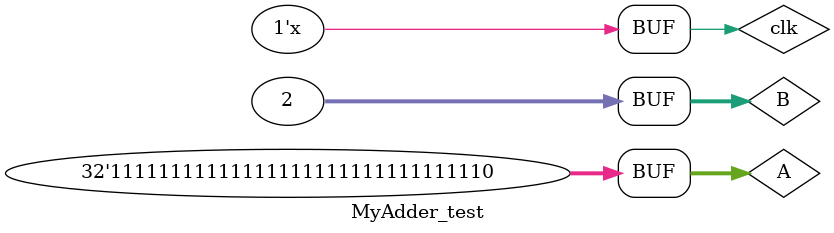
<source format=sv>
module MyAdder_test();

logic clk;
logic [31:0] A, B, S;
logic cout;

MyAdder MyAdder_tst(A, B, S, cout);

always begin 
 #1 clk = ~clk;
end

initial begin
	clk = 0;
	A = 2593;
	B = 2940;
	
	#5 A = 32'hfffffffe;
	   B = 1;
	#5 B = 2;
	
end

endmodule
</source>
